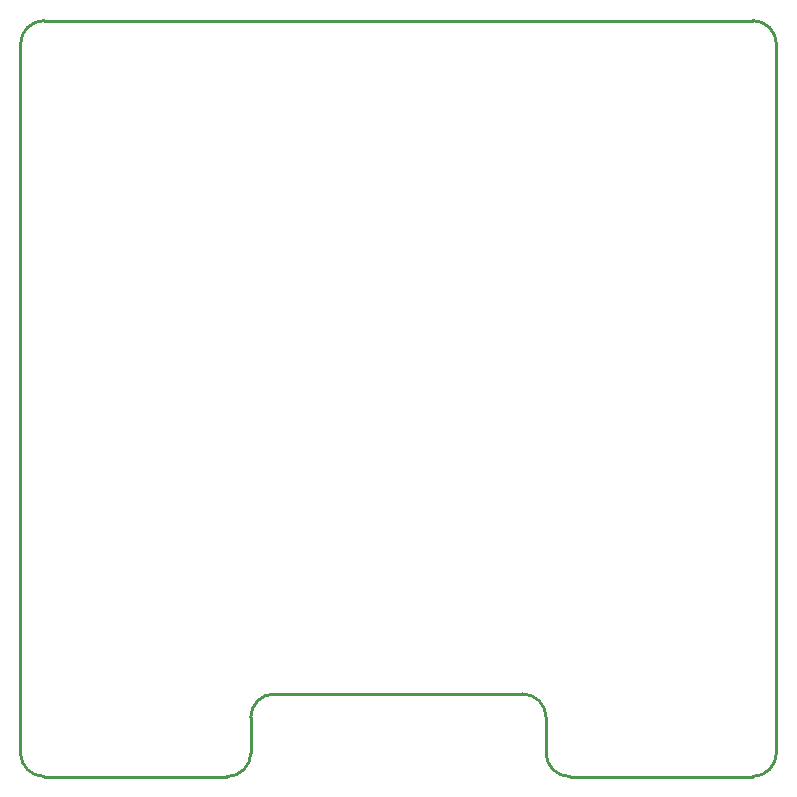
<source format=gko>
G04 Layer: BoardOutline*
G04 EasyEDA v5.9.42, Sat, 09 Mar 2019 23:57:52 GMT*
G04 162059df4c4b4fe6933ecd086f83df09*
G04 Gerber Generator version 0.2*
G04 Scale: 100 percent, Rotated: No, Reflected: No *
G04 Dimensions in millimeters *
G04 leading zeros omitted , absolute positions ,3 integer and 3 decimal *
%FSLAX33Y33*%
%MOMM*%
G90*
G71D02*

%ADD10C,0.254000*%
G54D10*
G75*
G01X62000Y0D02*
G03X64000Y2000I0J2000D01*
G01*
G01X63999Y61999D02*
G01X63999Y1999D01*
G75*
G01X64000Y62000D02*
G03X62000Y64000I-2000J0D01*
G01*
G75*
G01X19500Y2000D02*
G02X17500Y0I-2000J0D01*
G01*
G01X2000Y1D02*
G01X17500Y1D01*
G75*
G01X2000Y0D02*
G02X0Y2000I0J2000D01*
G01*
G01X1Y62000D02*
G01X1Y2000D01*
G75*
G01X0Y62000D02*
G02X2000Y64000I2000J0D01*
G01*
G01X62000Y64000D02*
G01X2000Y64000D01*
G75*
G01X62000Y64000D02*
G02X64000Y62000I0J-2000D01*
G01*
G01X64000Y2000D02*
G01X64000Y62000D01*
G75*
G01X64000Y2000D02*
G02X62000Y0I-2000J0D01*
G01*
G01X46500Y1D02*
G01X62000Y1D01*
G75*
G01X46500Y0D02*
G02X44500Y2000I0J2000D01*
G01*
G01X44500Y5000D02*
G01X44500Y2000D01*
G75*
G01X44500Y5000D02*
G03X42500Y7000I-2000J0D01*
G01*
G01X21500Y7000D02*
G01X42500Y7000D01*
G75*
G01X21500Y7000D02*
G03X19500Y5000I0J-2000D01*
G01*
G01X19500Y2000D02*
G01X19500Y5000D01*

%LPD*%
M00*
M02*

</source>
